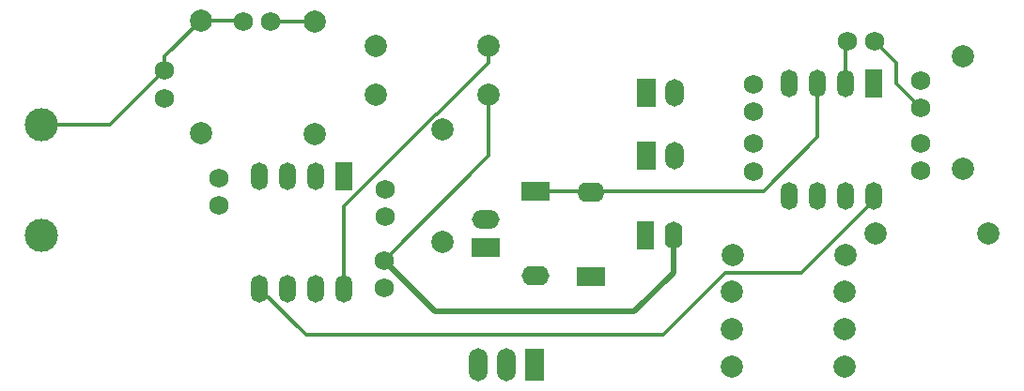
<source format=gtl>
%TF.GenerationSoftware,KiCad,Pcbnew,9.0.0*%
%TF.CreationDate,2025-03-10T10:12:29+01:00*%
%TF.ProjectId,project git rev,70726f6a-6563-4742-9067-697420726576,rev?*%
%TF.SameCoordinates,Original*%
%TF.FileFunction,Copper,L1,Top*%
%TF.FilePolarity,Positive*%
%FSLAX46Y46*%
G04 Gerber Fmt 4.6, Leading zero omitted, Abs format (unit mm)*
G04 Created by KiCad (PCBNEW 9.0.0) date 2025-03-10 10:12:29*
%MOMM*%
%LPD*%
G01*
G04 APERTURE LIST*
%TA.AperFunction,ComponentPad*%
%ADD10O,1.700000X3.000000*%
%TD*%
%TA.AperFunction,ComponentPad*%
%ADD11R,1.700000X3.000000*%
%TD*%
%TA.AperFunction,ComponentPad*%
%ADD12C,2.000000*%
%TD*%
%TA.AperFunction,ComponentPad*%
%ADD13C,1.750000*%
%TD*%
%TA.AperFunction,ComponentPad*%
%ADD14R,2.500000X1.750000*%
%TD*%
%TA.AperFunction,ComponentPad*%
%ADD15O,2.500000X1.750000*%
%TD*%
%TA.AperFunction,ComponentPad*%
%ADD16R,1.700000X2.500000*%
%TD*%
%TA.AperFunction,ComponentPad*%
%ADD17O,1.700000X2.500000*%
%TD*%
%TA.AperFunction,ComponentPad*%
%ADD18R,2.500000X1.700000*%
%TD*%
%TA.AperFunction,ComponentPad*%
%ADD19O,2.500000X1.700000*%
%TD*%
%TA.AperFunction,ComponentPad*%
%ADD20C,3.000000*%
%TD*%
%TA.AperFunction,ComponentPad*%
%ADD21R,1.500000X2.500000*%
%TD*%
%TA.AperFunction,ComponentPad*%
%ADD22O,1.500000X2.500000*%
%TD*%
%TA.AperFunction,ComponentPad*%
%ADD23R,1.600000X2.500000*%
%TD*%
%TA.AperFunction,ComponentPad*%
%ADD24O,1.600000X2.500000*%
%TD*%
%TA.AperFunction,Conductor*%
%ADD25C,0.300000*%
%TD*%
%TA.AperFunction,Conductor*%
%ADD26C,0.500000*%
%TD*%
G04 APERTURE END LIST*
D10*
%TO.P,J1,3,Pin_3*%
%TO.N,State*%
X154810000Y-115200000D03*
%TO.P,J1,2,Pin_2*%
%TO.N,+5V*%
X157350000Y-115200000D03*
D11*
%TO.P,J1,1,Pin_1*%
%TO.N,GND*%
X159890000Y-115200000D03*
%TD*%
D12*
%TO.P,R5,1*%
%TO.N,Net-(LM567CN1-Output)*%
X200800000Y-103350000D03*
%TO.P,R5,2*%
%TO.N,GND*%
X190640000Y-103350000D03*
%TD*%
D13*
%TO.P,C11,1*%
%TO.N,Net-(U1A--)*%
X146400000Y-99300000D03*
%TO.P,C11,2*%
%TO.N,Net-(D1-A)*%
X146400000Y-101800000D03*
%TD*%
%TO.P,C9,1*%
%TO.N,+5V*%
X194650000Y-95150000D03*
%TO.P,C9,2*%
%TO.N,GND*%
X194650000Y-97650000D03*
%TD*%
%TO.P,C3,1*%
%TO.N,GND*%
X194650000Y-92000000D03*
%TO.P,C3,2*%
%TO.N,Net-(LM567CN1-Output_Filter)*%
X194650000Y-89500000D03*
%TD*%
%TO.P,C2,1*%
%TO.N,GND*%
X190550000Y-86000000D03*
%TO.P,C2,2*%
%TO.N,Net-(LM567CN1-Loop_Filter)*%
X188050000Y-86000000D03*
%TD*%
D12*
%TO.P,R13,1*%
%TO.N,Net-(LM567CN1-Timing_Capacitor)*%
X187850000Y-108580000D03*
%TO.P,R13,2*%
%TO.N,Net-(LM567CN1-Timing_Resistor)*%
X177690000Y-108580000D03*
%TD*%
%TO.P,R1,1*%
%TO.N,Net-(MK1-+)*%
X129800000Y-84100000D03*
%TO.P,R1,2*%
%TO.N,GND*%
X129800000Y-94260000D03*
%TD*%
%TO.P,R2,1*%
%TO.N,Net-(D1-A)*%
X151550000Y-104050000D03*
%TO.P,R2,2*%
%TO.N,Net-(U1A--)*%
X151550000Y-93890000D03*
%TD*%
D14*
%TO.P,D2,1,K*%
%TO.N,Net-(D1-A)*%
X164950000Y-107200000D03*
D15*
%TO.P,D2,2,A*%
%TO.N,Signal*%
X164950000Y-99580000D03*
%TD*%
D13*
%TO.P,C10,1*%
%TO.N,GND*%
X126550000Y-91100000D03*
%TO.P,C10,2*%
%TO.N,Net-(MK1-+)*%
X126550000Y-88600000D03*
%TD*%
D16*
%TO.P,J7,1,Pin_1*%
%TO.N,+5V*%
X169975000Y-90575000D03*
D17*
%TO.P,J7,2,Pin_2*%
%TO.N,GND*%
X172515000Y-90575000D03*
%TD*%
D12*
%TO.P,R3,1*%
%TO.N,Net-(C5-Pad2)*%
X140100000Y-84220000D03*
%TO.P,R3,2*%
%TO.N,Net-(U1A--)*%
X140100000Y-94380000D03*
%TD*%
%TO.P,R14,1*%
%TO.N,Net-(LM567CN1-Timing_Capacitor)*%
X187880000Y-105250000D03*
%TO.P,R14,2*%
%TO.N,Net-(LM567CN1-Timing_Resistor)*%
X177720000Y-105250000D03*
%TD*%
D13*
%TO.P,C4,1*%
%TO.N,GND*%
X179600000Y-92350000D03*
%TO.P,C4,2*%
%TO.N,+5V*%
X179600000Y-89850000D03*
%TD*%
D16*
%TO.P,J11,1,Pin_1*%
%TO.N,+5V*%
X169950000Y-96300000D03*
D17*
%TO.P,J11,2,Pin_2*%
%TO.N,GND*%
X172490000Y-96300000D03*
%TD*%
D13*
%TO.P,C6,1*%
%TO.N,+5V*%
X131425000Y-100800000D03*
%TO.P,C6,2*%
%TO.N,GND*%
X131425000Y-98300000D03*
%TD*%
%TO.P,C5,1*%
%TO.N,Net-(MK1-+)*%
X133600000Y-84200000D03*
%TO.P,C5,2*%
%TO.N,Net-(C5-Pad2)*%
X136100000Y-84200000D03*
%TD*%
D18*
%TO.P,J4,1,Pin_1*%
%TO.N,Net-(D1-A)*%
X155500000Y-104550000D03*
D19*
%TO.P,J4,2,Pin_2*%
%TO.N,Signal*%
X155500000Y-102010000D03*
%TD*%
D13*
%TO.P,C1,1*%
%TO.N,Net-(LM567CN1-Timing_Capacitor)*%
X179600000Y-97700000D03*
%TO.P,C1,2*%
%TO.N,GND*%
X179600000Y-95200000D03*
%TD*%
D12*
%TO.P,R8,1*%
%TO.N,Net-(U1A-+)*%
X145600000Y-90800000D03*
%TO.P,R8,2*%
%TO.N,GND*%
X155760000Y-90800000D03*
%TD*%
D20*
%TO.P,MK1,1,-*%
%TO.N,GND*%
X115407163Y-103500000D03*
%TO.P,MK1,2,+*%
%TO.N,Net-(MK1-+)*%
X115407163Y-93500000D03*
%TD*%
D21*
%TO.P,LM567CN1,1,Output_Filter*%
%TO.N,Net-(LM567CN1-Output_Filter)*%
X190450000Y-89800000D03*
D22*
%TO.P,LM567CN1,2,Loop_Filter*%
%TO.N,Net-(LM567CN1-Loop_Filter)*%
X187910000Y-89800000D03*
%TO.P,LM567CN1,3,Signal*%
%TO.N,Signal*%
X185370000Y-89800000D03*
%TO.P,LM567CN1,4,V+*%
%TO.N,+5V*%
X182830000Y-89800000D03*
%TO.P,LM567CN1,5,Timing_Resistor*%
%TO.N,Net-(LM567CN1-Timing_Resistor)*%
X182830000Y-99960000D03*
%TO.P,LM567CN1,6,Timing_Capacitor*%
%TO.N,Net-(LM567CN1-Timing_Capacitor)*%
X185370000Y-99960000D03*
%TO.P,LM567CN1,7,GND*%
%TO.N,GND*%
X187910000Y-99960000D03*
%TO.P,LM567CN1,8,Output*%
%TO.N,Net-(LM567CN1-Output)*%
X190450000Y-99960000D03*
%TD*%
D14*
%TO.P,D1,1,K*%
%TO.N,Signal*%
X160000000Y-99490000D03*
D15*
%TO.P,D1,2,A*%
%TO.N,Net-(D1-A)*%
X160000000Y-107110000D03*
%TD*%
D21*
%TO.P,U1,1*%
%TO.N,Net-(D1-A)*%
X142710000Y-98120000D03*
D22*
%TO.P,U1,2,-*%
%TO.N,Net-(U1A--)*%
X140170000Y-98120000D03*
%TO.P,U1,3,+*%
%TO.N,Net-(U1A-+)*%
X137630000Y-98120000D03*
%TO.P,U1,4,V-*%
%TO.N,GND*%
X135090000Y-98120000D03*
%TO.P,U1,5,+*%
%TO.N,Net-(LM567CN1-Output)*%
X135090000Y-108280000D03*
%TO.P,U1,6,-*%
%TO.N,State*%
X137630000Y-108280000D03*
%TO.P,U1,7*%
X140170000Y-108280000D03*
%TO.P,U1,8,V+*%
%TO.N,+5V*%
X142710000Y-108280000D03*
%TD*%
D12*
%TO.P,R4,1*%
%TO.N,Net-(LM567CN1-Output)*%
X198500000Y-97500000D03*
%TO.P,R4,2*%
%TO.N,+5V*%
X198500000Y-87340000D03*
%TD*%
%TO.P,R12,1*%
%TO.N,Net-(LM567CN1-Timing_Capacitor)*%
X187850000Y-111980000D03*
%TO.P,R12,2*%
%TO.N,Net-(LM567CN1-Timing_Resistor)*%
X177690000Y-111980000D03*
%TD*%
%TO.P,R11,1*%
%TO.N,Net-(LM567CN1-Timing_Capacitor)*%
X187850000Y-115330000D03*
%TO.P,R11,2*%
%TO.N,Net-(LM567CN1-Timing_Resistor)*%
X177690000Y-115330000D03*
%TD*%
D13*
%TO.P,C7,1*%
%TO.N,GND*%
X146300000Y-105750000D03*
%TO.P,C7,2*%
%TO.N,+5V*%
X146300000Y-108250000D03*
%TD*%
D23*
%TO.P,C8,1*%
%TO.N,+5V*%
X169900000Y-103450000D03*
D24*
%TO.P,C8,2*%
%TO.N,GND*%
X172400000Y-103450000D03*
%TD*%
D12*
%TO.P,R9,1*%
%TO.N,+5V*%
X155750000Y-86350000D03*
%TO.P,R9,2*%
%TO.N,Net-(U1A-+)*%
X145590000Y-86350000D03*
%TD*%
D25*
%TO.N,GND*%
X194650000Y-92000000D02*
X192450000Y-89800000D01*
X155760000Y-90800000D02*
X155760000Y-96290000D01*
X194650000Y-91337436D02*
X194650000Y-92000000D01*
D26*
X146300000Y-105750000D02*
X150900000Y-110350000D01*
X172400000Y-106850000D02*
X172400000Y-103450000D01*
D25*
X155760000Y-96290000D02*
X146300000Y-105750000D01*
D26*
X150900000Y-110350000D02*
X168900000Y-110350000D01*
D25*
X192450000Y-89800000D02*
X192450000Y-87900000D01*
D26*
X168900000Y-110350000D02*
X172400000Y-106850000D01*
D25*
X192450000Y-87900000D02*
X190550000Y-86000000D01*
%TO.N,Net-(LM567CN1-Loop_Filter)*%
X187910000Y-86140000D02*
X188050000Y-86000000D01*
D26*
X187910000Y-86640000D02*
X188050000Y-86500000D01*
D25*
X187910000Y-89800000D02*
X187910000Y-86140000D01*
%TO.N,Net-(LM567CN1-Output_Filter)*%
X190450000Y-89800000D02*
X190450000Y-89200000D01*
%TO.N,+5V*%
X150990397Y-92539000D02*
X151111000Y-92539000D01*
X142710000Y-100819397D02*
X150990397Y-92539000D01*
X151111000Y-92539000D02*
X155750000Y-87900000D01*
X155750000Y-87900000D02*
X155750000Y-86350000D01*
X142710000Y-108280000D02*
X142710000Y-100819397D01*
%TO.N,Net-(MK1-+)*%
X126550000Y-88600000D02*
X126550000Y-87350000D01*
X129800000Y-84100000D02*
X133500000Y-84100000D01*
X126550000Y-87350000D02*
X129800000Y-84100000D01*
X121650000Y-93500000D02*
X126550000Y-88600000D01*
X115407163Y-93500000D02*
X121650000Y-93500000D01*
D26*
X133500000Y-84100000D02*
X133600000Y-84200000D01*
D25*
%TO.N,Net-(C5-Pad2)*%
X136100000Y-84200000D02*
X140080000Y-84200000D01*
D26*
X140080000Y-84200000D02*
X140100000Y-84220000D01*
D25*
%TO.N,Signal*%
X162400000Y-99490000D02*
X180510000Y-99490000D01*
X180510000Y-99490000D02*
X185370000Y-94630000D01*
X164860000Y-99490000D02*
X164950000Y-99580000D01*
X160000000Y-99490000D02*
X162400000Y-99490000D01*
X162400000Y-99490000D02*
X164860000Y-99490000D01*
X185370000Y-94630000D02*
X185370000Y-89800000D01*
%TO.N,Net-(LM567CN1-Output)*%
X139310000Y-112500000D02*
X171500000Y-112500000D01*
X190450000Y-100350000D02*
X190450000Y-99960000D01*
X183900000Y-106900000D02*
X190450000Y-100350000D01*
X177100000Y-106900000D02*
X183900000Y-106900000D01*
X135090000Y-108280000D02*
X139310000Y-112500000D01*
X171500000Y-112500000D02*
X177100000Y-106900000D01*
%TD*%
M02*

</source>
